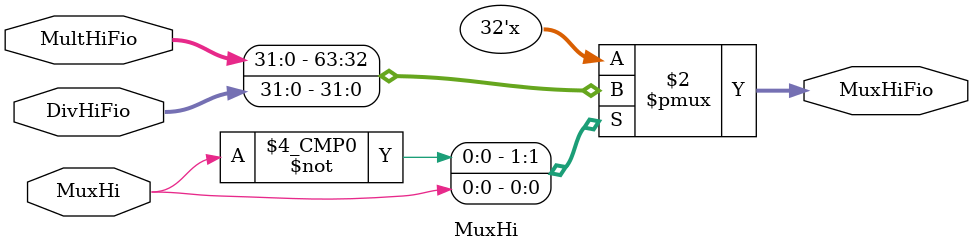
<source format=v>
module MuxHi( input wire [31:0] MultHiFio, input wire [31:0] DivHiFio, input wire [0:0] MuxHi, output reg [31:0] MuxHiFio);

always begin
		case(MuxHi)
			1'b0: 
			begin
			MuxHiFio <= MultHiFio;
			end
						
			1'b1:
			begin
			MuxHiFio <= DivHiFio;
			end
			
		endcase
	end
 
	

endmodule

</source>
